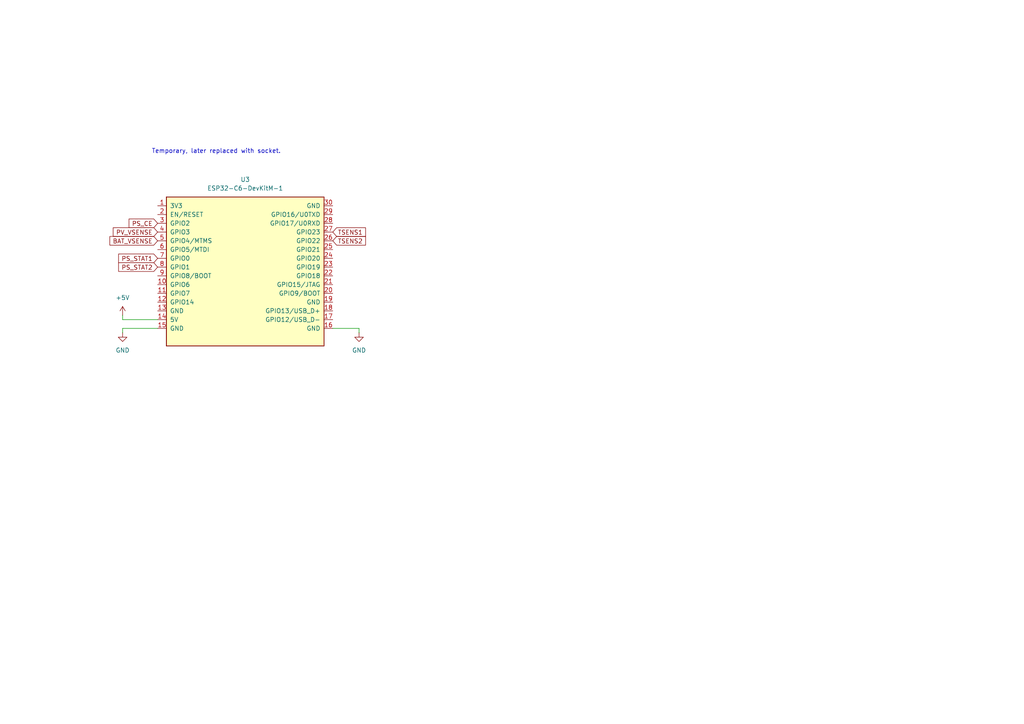
<source format=kicad_sch>
(kicad_sch (version 20231120) (generator "eeschema") (generator_version "8.0")
  (paper "A4")
  (lib_symbols
    (symbol "PCM_Espressif:ESP32-C6-DevKitM-1" (pin_names (offset 1.016))
      (property "Reference" "U" (at -22.86 25.4 0))
      (property "Value" "ESP32-C6-DevKitM-1" (at -22.86 22.86 0))
      (symbol "ESP32-C6-DevKitM-1_0_1"
        (rectangle (start -22.86 20.32) (end 22.86 -22.86) (stroke (width 0.254)) (fill (type background)))
      )
      (symbol "ESP32-C6-DevKitM-1_1_0"
        (pin power_in line (at -25.4 -15.24 0) (length 2.54) (name "5V") (number "14"))
        (pin input line (at -25.4 15.24 0) (length 2.54) (name "EN/RESET") (number "2"))
        (pin passive line (at 25.4 17.78 180) (length 2.54) (name "GND") (number "30"))
      )
      (symbol "ESP32-C6-DevKitM-1_1_1"
        (pin power_in line (at -25.4 17.78 0) (length 2.54) (name "3V3") (number "1"))
        (pin bidirectional line (at -25.4 -5.08 0) (length 2.54) (name "GPIO6") (number "10"))
        (pin bidirectional line (at -25.4 -7.62 0) (length 2.54) (name "GPIO7") (number "11"))
        (pin bidirectional line (at -25.4 -10.16 0) (length 2.54) (name "GPIO14") (number "12"))
        (pin passive line (at -25.4 -12.7 0) (length 2.54) (name "GND") (number "13"))
        (pin passive line (at -25.4 -17.78 0) (length 2.54) (name "GND") (number "15"))
        (pin passive line (at 25.4 -17.78 180) (length 2.54) (name "GND") (number "16"))
        (pin bidirectional line (at 25.4 -15.24 180) (length 2.54) (name "GPIO12/USB_D-") (number "17"))
        (pin bidirectional line (at 25.4 -12.7 180) (length 2.54) (name "GPIO13/USB_D+") (number "18"))
        (pin passive line (at 25.4 -10.16 180) (length 2.54) (name "GND") (number "19"))
        (pin bidirectional line (at 25.4 -7.62 180) (length 2.54) (name "GPIO9/BOOT") (number "20"))
        (pin bidirectional line (at 25.4 -5.08 180) (length 2.54) (name "GPIO15/JTAG") (number "21"))
        (pin bidirectional line (at 25.4 -2.54 180) (length 2.54) (name "GPIO18") (number "22"))
        (pin bidirectional line (at 25.4 0 180) (length 2.54) (name "GPIO19") (number "23"))
        (pin bidirectional line (at 25.4 2.54 180) (length 2.54) (name "GPIO20") (number "24"))
        (pin bidirectional line (at 25.4 5.08 180) (length 2.54) (name "GPIO21") (number "25"))
        (pin bidirectional line (at 25.4 7.62 180) (length 2.54) (name "GPIO22") (number "26"))
        (pin bidirectional line (at 25.4 10.16 180) (length 2.54) (name "GPIO23") (number "27"))
        (pin bidirectional line (at 25.4 12.7 180) (length 2.54) (name "GPIO17/U0RXD") (number "28"))
        (pin bidirectional line (at 25.4 15.24 180) (length 2.54) (name "GPIO16/U0TXD") (number "29"))
        (pin bidirectional line (at -25.4 12.7 0) (length 2.54) (name "GPIO2") (number "3"))
        (pin bidirectional line (at -25.4 10.16 0) (length 2.54) (name "GPIO3") (number "4"))
        (pin bidirectional line (at -25.4 7.62 0) (length 2.54) (name "GPIO4/MTMS") (number "5"))
        (pin bidirectional line (at -25.4 5.08 0) (length 2.54) (name "GPIO5/MTDI") (number "6"))
        (pin bidirectional line (at -25.4 2.54 0) (length 2.54) (name "GPIO0") (number "7"))
        (pin bidirectional line (at -25.4 0 0) (length 2.54) (name "GPIO1") (number "8"))
        (pin bidirectional line (at -25.4 -2.54 0) (length 2.54) (name "GPIO8/BOOT") (number "9"))
      )
    )
    (symbol "power:+5V" (power) (pin_numbers hide) (pin_names (offset 0) hide)
      (property "Value" "+5V" (at 0 3.556 0))
      (symbol "+5V_0_1"
        (polyline (pts (xy -0.762 1.27) (xy 0 2.54)))
        (polyline (pts (xy 0 0) (xy 0 2.54)))
        (polyline (pts (xy 0 2.54) (xy 0.762 1.27)))
      )
      (symbol "+5V_1_1"
        (pin power_in line (at 0 0 90) (length 0) (name "~") (number "1"))
      )
    )
    (symbol "power:GND" (power) (pin_numbers hide) (pin_names (offset 0) hide)
      (property "Value" "GND" (at 0 -3.81 0))
      (symbol "GND_0_1"
        (polyline (pts (xy 0 0) (xy 0 -1.27) (xy 1.27 -1.27) (xy 0 -2.54) (xy -1.27 -1.27) (xy 0 -1.27)))
      )
      (symbol "GND_1_1"
        (pin power_in line (at 0 0 270) (length 0) (name "~") (number "1"))
      )
    )
  )
  (wire (pts (xy 35.56 92.71) (xy 35.56 91.44)))
  (wire (pts (xy 104.14 95.25) (xy 104.14 96.52)))
  (wire (pts (xy 96.52 95.25) (xy 104.14 95.25)))
  (wire (pts (xy 45.72 92.71) (xy 35.56 92.71)))
  (wire (pts (xy 35.56 95.25) (xy 35.56 96.52)))
  (wire (pts (xy 45.72 95.25) (xy 35.56 95.25)))
  (text "Temporary, later replaced with socket.\n" (at 62.738 43.942 0) (effects (font (size 1.27 1.27))))
  (global_label "PS_STAT2" (shape input) (at 45.72 77.47 180) (property "Intersheetrefs" "${INTERSHEET_REFS}" (effects (hide yes))))
  (global_label "PS_STAT1" (shape input) (at 45.72 74.93 180) (property "Intersheetrefs" "${INTERSHEET_REFS}" (effects (hide yes))))
  (global_label "BAT_VSENSE" (shape input) (at 45.72 69.85 180) (property "Intersheetrefs" "${INTERSHEET_REFS}" (effects (hide yes))))
  (global_label "TSENS1" (shape input) (at 96.52 67.31 0) (property "Intersheetrefs" "${INTERSHEET_REFS}" (effects (hide yes))))
  (global_label "PV_VSENSE" (shape input) (at 45.72 67.31 180) (property "Intersheetrefs" "${INTERSHEET_REFS}" (effects (hide yes))))
  (global_label "PS_CE" (shape input) (at 45.72 64.77 180) (property "Intersheetrefs" "${INTERSHEET_REFS}" (effects (hide yes))))
  (global_label "TSENS2" (shape input) (at 96.52 69.85 0) (property "Intersheetrefs" "${INTERSHEET_REFS}" (effects (hide yes))))
  (symbol (lib_id "power:GND") (at 35.56 96.52 0) (unit 1)
    (property "Reference" "#PWR04" (effects (hide yes)))
    (property "Value" "GND" (at 35.56 101.6 0))
    (property "Description" "Power symbol creates a global label with name \"GND\" , ground" (effects (hide yes)))
  )
  (symbol (lib_id "power:GND") (at 104.14 96.52 0) (unit 1)
    (property "Reference" "#PWR06" (effects (hide yes)))
    (property "Value" "GND" (at 104.14 101.6 0))
    (property "Description" "Power symbol creates a global label with name \"GND\" , ground" (effects (hide yes)))
  )
  (symbol (lib_id "PCM_Espressif:ESP32-C6-DevKitM-1") (at 71.12 77.47 0) (unit 1)
    (property "Reference" "U3" (at 71.12 52.07 0))
    (property "Value" "ESP32-C6-DevKitM-1" (at 71.12 54.61 0))
    (property "Footprint" "PCM_Espressif:ESP32-C6-DevKitM-1" (effects (hide yes)))
    (property "Datasheet" "https://docs.espressif.com/projects/espressif-esp-dev-kits/en/latest/esp32c6/esp32-c6-devkitm-1/index.html" (effects (hide yes)))
    (property "Description" "ESP32-C6-DevKitC-1" (effects (hide yes)))
  )
  (symbol (lib_id "power:+5V") (at 35.56 91.44 0) (unit 1)
    (property "Reference" "#PWR02" (effects (hide yes)))
    (property "Value" "+5V" (at 35.56 86.36 0))
    (property "Description" "Power symbol creates a global label with name \"+5V\"" (effects (hide yes)))
  )
)
</source>
